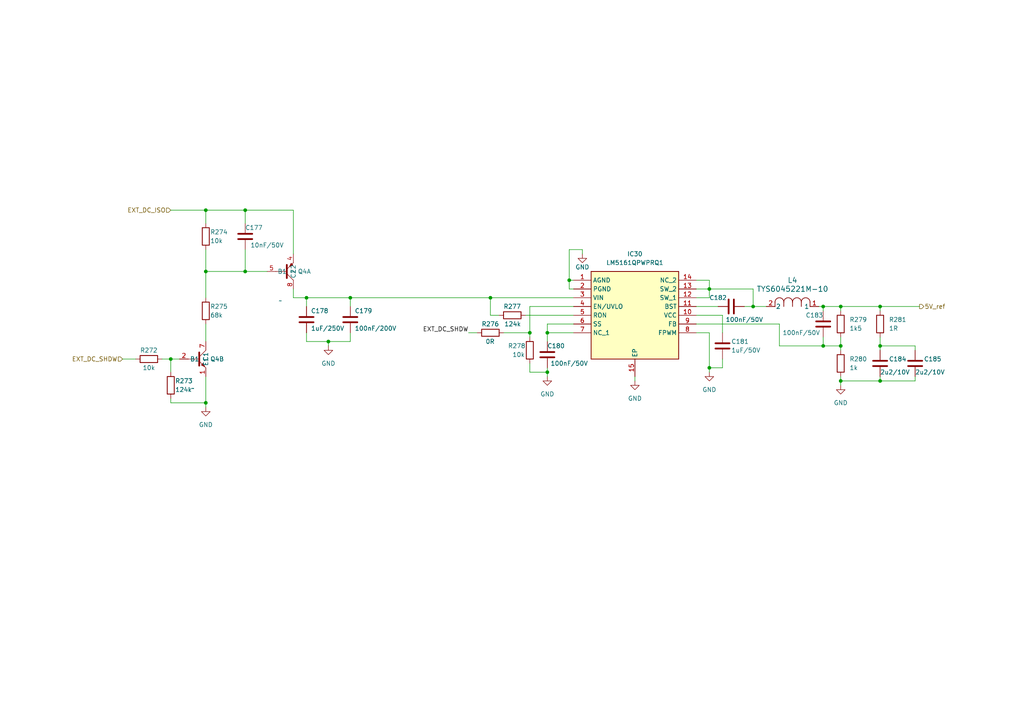
<source format=kicad_sch>
(kicad_sch (version 20230121) (generator eeschema)
  (paper "A4")
  (lib_symbols
    (symbol "Device:C" (pin_numbers hide) (pin_names (offset 0.254))
      (property "Reference" "C" (at 0.635 2.54 0))
      (property "Value" "C" (at 0.635 -2.54 0))
      (symbol "C_0_1"
        (polyline (pts (xy -2.032 -0.762) (xy 2.032 -0.762)) (stroke (width 0.508)))
        (polyline (pts (xy -2.032 0.762) (xy 2.032 0.762)) (stroke (width 0.508)))
      )
      (symbol "C_1_1"
        (pin passive line (at 0 3.81 270) (length 2.794) (name "~") (number "1"))
        (pin passive line (at 0 -3.81 90) (length 2.794) (name "~") (number "2"))
      )
    )
    (symbol "Device:R" (pin_numbers hide) (pin_names (offset 0))
      (property "Reference" "R" (at 2.032 0 90))
      (property "Value" "R" (at 0 0 90))
      (symbol "R_0_1"
        (rectangle (start -1.016 -2.54) (end 1.016 2.54) (stroke (width 0.254)))
      )
      (symbol "R_1_1"
        (pin passive line (at 0 3.81 270) (length 1.27) (name "~") (number "1"))
        (pin passive line (at 0 -3.81 90) (length 1.27) (name "~") (number "2"))
      )
    )
    (symbol "LM5161QPWPRQ1:LM5161QPWPRQ1"
      (property "Reference" "IC" (at 31.75 7.62 0))
      (property "Value" "LM5161QPWPRQ1" (at 31.75 5.08 0))
      (symbol "LM5161QPWPRQ1_1_1"
        (rectangle (start 5.08 2.54) (end 30.48 -22.86) (stroke (width 0.254)) (fill (type background)))
        (pin passive line (at 0 0 0) (length 5.08) (name "AGND") (number "1"))
        (pin passive line (at 35.56 -10.16 180) (length 5.08) (name "VCC") (number "10"))
        (pin passive line (at 35.56 -7.62 180) (length 5.08) (name "BST") (number "11"))
        (pin passive line (at 35.56 -5.08 180) (length 5.08) (name "SW_1") (number "12"))
        (pin passive line (at 35.56 -2.54 180) (length 5.08) (name "SW_2") (number "13"))
        (pin passive line (at 35.56 0 180) (length 5.08) (name "NC_2") (number "14"))
        (pin passive line (at 17.78 -27.94 90) (length 5.08) (name "EP") (number "15"))
        (pin passive line (at 0 -2.54 0) (length 5.08) (name "PGND") (number "2"))
        (pin passive line (at 0 -5.08 0) (length 5.08) (name "VIN") (number "3"))
        (pin passive line (at 0 -7.62 0) (length 5.08) (name "EN/UVLO") (number "4"))
        (pin passive line (at 0 -10.16 0) (length 5.08) (name "RON") (number "5"))
        (pin passive line (at 0 -12.7 0) (length 5.08) (name "SS") (number "6"))
        (pin passive line (at 0 -15.24 0) (length 5.08) (name "NC_1") (number "7"))
        (pin passive line (at 35.56 -15.24 180) (length 5.08) (name "FPWM") (number "8"))
        (pin passive line (at 35.56 -12.7 180) (length 5.08) (name "FB") (number "9"))
      )
    )
    (symbol "PBSS4112PANP,115:PBSS4112PANP,115"
      (property "Reference" "Q" (at -7.9375 4.9149 0))
      (symbol "PBSS4112PANP,115_0_1"
        (polyline (pts (xy -5.08 0) (xy -1.905 0)) (stroke (width 0.1524)))
        (polyline (pts (xy -1.905 0.635) (xy 0 2.54)))
        (polyline (pts (xy -1.905 -0.635) (xy 0 -2.54) (xy 0 -2.54)))
        (polyline (pts (xy -1.905 1.905) (xy -1.905 -1.905) (xy -1.905 -1.905)) (stroke (width 0.508)))
      )
      (symbol "PBSS4112PANP,115_1_1"
        (polyline (pts (xy -0.1397 1.8923) (xy -0.6477 2.4003) (xy -1.1557 1.3843) (xy -0.1397 1.8923) (xy -0.1397 1.8923)) (fill (type outline)))
        (pin open_collector line (at 0 -5.08 90) (length 2.54) hide (name "C2") (number "3"))
        (pin open_emitter line (at 0 5.08 270) (length 2.54) (name "E2") (number "4"))
        (pin input line (at -7.62 0 0) (length 2.54) (name "B1") (number "5"))
        (pin open_collector line (at 0 -5.08 90) (length 2.54) (name "C2") (number "8"))
      )
      (symbol "PBSS4112PANP,115_2_1"
        (polyline (pts (xy -1.3081 -1.7399) (xy -0.8001 -1.2319) (xy -0.2921 -2.2479) (xy -1.3081 -1.7399) (xy -1.3081 -1.7399)) (fill (type outline)))
        (pin open_emitter line (at 0 -5.08 90) (length 2.54) (name "E1") (number "1"))
        (pin input line (at -7.62 0 0) (length 2.54) (name "B1") (number "2"))
        (pin open_collector line (at 0 5.08 270) (length 2.54) hide (name "C1") (number "6"))
        (pin open_collector line (at 0 5.08 270) (length 2.54) (name "C1") (number "7"))
      )
    )
    (symbol "TYS6045221M-10:TYS6045221M-10" (pin_names (offset 0.254))
      (property "Reference" "L" (at 6.985 5.08 0))
      (property "Value" "TYS6045221M-10" (at 6.985 -2.54 0))
      (symbol "TYS6045221M-10_1_1"
        (polyline (pts (xy 2.54 0) (xy 2.54 1.27)) (stroke (width 0.2032)))
        (polyline (pts (xy 5.08 0) (xy 5.08 1.27)) (stroke (width 0.2032)))
        (polyline (pts (xy 7.62 0) (xy 7.62 1.27)) (stroke (width 0.2032)))
        (polyline (pts (xy 10.16 0) (xy 10.16 1.27)) (stroke (width 0.2032)))
        (polyline (pts (xy 12.7 0) (xy 12.7 1.27)) (stroke (width 0.2032)))
        (arc (start 5.08 1.27) (mid 3.81 2.5345) (end 2.54 1.27) (stroke (width 0.2032)))
        (arc (start 7.62 1.27) (mid 6.35 2.5345) (end 5.08 1.27) (stroke (width 0.2032)))
        (arc (start 10.16 1.27) (mid 8.89 2.5345) (end 7.62 1.27) (stroke (width 0.2032)))
        (arc (start 12.7 1.27) (mid 11.43 2.5345) (end 10.16 1.27) (stroke (width 0.2032)))
        (pin unspecified line (at 15.24 0 180) (length 2.54) (name "1") (number "1"))
        (pin unspecified line (at 0 0 0) (length 2.54) (name "2") (number "2"))
      )
      (symbol "TYS6045221M-10_1_2"
        (arc (start -1.27 5.08) (mid -2.5345 3.81) (end -1.27 2.54) (stroke (width 0.2032)))
        (arc (start -1.27 7.62) (mid -2.5345 6.35) (end -1.27 5.08) (stroke (width 0.2032)))
        (arc (start -1.27 10.16) (mid -2.5345 8.89) (end -1.27 7.62) (stroke (width 0.2032)))
        (arc (start -1.27 12.7) (mid -2.5345 11.43) (end -1.27 10.16) (stroke (width 0.2032)))
        (polyline (pts (xy 0 2.54) (xy -1.27 2.54)) (stroke (width 0.2032)))
        (polyline (pts (xy 0 5.08) (xy -1.27 5.08)) (stroke (width 0.2032)))
        (polyline (pts (xy 0 7.62) (xy -1.27 7.62)) (stroke (width 0.2032)))
        (polyline (pts (xy 0 10.16) (xy -1.27 10.16)) (stroke (width 0.2032)))
        (polyline (pts (xy 0 12.7) (xy -1.27 12.7)) (stroke (width 0.2032)))
        (pin unspecified line (at 0 15.24 270) (length 2.54) (name "1") (number "1"))
        (pin unspecified line (at 0 0 90) (length 2.54) (name "2") (number "2"))
      )
    )
    (symbol "power:GND" (power) (pin_names (offset 0))
      (property "Value" "GND" (at 0 -3.81 0))
      (symbol "GND_0_1"
        (polyline (pts (xy 0 0) (xy 0 -1.27) (xy 1.27 -1.27) (xy 0 -2.54) (xy -1.27 -1.27) (xy 0 -1.27)))
      )
      (symbol "GND_1_1"
        (pin power_in line (at 0 0 270) (length 0) hide (name "GND") (number "1"))
      )
    )
  )
  (junction (at 238.76 88.9))
  (junction (at 59.69 116.84))
  (junction (at 243.84 110.49))
  (junction (at 49.53 104.14))
  (junction (at 255.27 100.33))
  (junction (at 59.69 78.74))
  (junction (at 205.74 83.82))
  (junction (at 95.25 99.06))
  (junction (at 71.12 78.74))
  (junction (at 59.69 60.96))
  (junction (at 218.44 88.9))
  (junction (at 255.27 88.9))
  (junction (at 101.6 86.36))
  (junction (at 255.27 110.49))
  (junction (at 243.84 88.9))
  (junction (at 142.24 86.36))
  (junction (at 238.76 100.33))
  (junction (at 158.75 96.52))
  (junction (at 153.67 96.52))
  (junction (at 205.74 106.68))
  (junction (at 71.12 60.96))
  (junction (at 243.84 100.33))
  (junction (at 88.9 86.36))
  (junction (at 165.1 81.28))
  (junction (at 158.75 107.95))
  (wire (pts (xy 243.84 88.9) (xy 243.84 90.17)))
  (wire (pts (xy 184.15 109.22) (xy 184.15 110.49)))
  (wire (pts (xy 59.69 116.84) (xy 59.69 118.11)))
  (wire (pts (xy 59.69 78.74) (xy 59.69 86.36)))
  (wire (pts (xy 158.75 93.98) (xy 166.37 93.98)))
  (wire (pts (xy 71.12 72.39) (xy 71.12 78.74)))
  (wire (pts (xy 243.84 100.33) (xy 243.84 101.6)))
  (wire (pts (xy 255.27 110.49) (xy 265.43 110.49)))
  (wire (pts (xy 238.76 88.9) (xy 243.84 88.9)))
  (wire (pts (xy 255.27 109.22) (xy 255.27 110.49)))
  (wire (pts (xy 218.44 83.82) (xy 218.44 88.9)))
  (wire (pts (xy 71.12 60.96) (xy 71.12 64.77)))
  (wire (pts (xy 85.09 60.96) (xy 85.09 73.66)))
  (wire (pts (xy 201.93 96.52) (xy 205.74 96.52)))
  (wire (pts (xy 59.69 109.22) (xy 59.69 116.84)))
  (wire (pts (xy 49.53 104.14) (xy 52.07 104.14)))
  (wire (pts (xy 49.53 104.14) (xy 49.53 107.95)))
  (wire (pts (xy 255.27 100.33) (xy 255.27 101.6)))
  (wire (pts (xy 201.93 91.44) (xy 209.55 91.44)))
  (wire (pts (xy 101.6 86.36) (xy 101.6 88.9)))
  (wire (pts (xy 153.67 107.95) (xy 158.75 107.95)))
  (wire (pts (xy 201.93 86.36) (xy 205.74 86.36)))
  (wire (pts (xy 201.93 93.98) (xy 226.06 93.98)))
  (wire (pts (xy 88.9 86.36) (xy 88.9 88.9)))
  (wire (pts (xy 142.24 86.36) (xy 142.24 91.44)))
  (wire (pts (xy 165.1 81.28) (xy 165.1 83.82)))
  (wire (pts (xy 59.69 93.98) (xy 59.69 99.06)))
  (wire (pts (xy 237.49 88.9) (xy 238.76 88.9)))
  (wire (pts (xy 71.12 60.96) (xy 85.09 60.96)))
  (wire (pts (xy 101.6 86.36) (xy 142.24 86.36)))
  (wire (pts (xy 158.75 96.52) (xy 158.75 99.06)))
  (wire (pts (xy 209.55 91.44) (xy 209.55 96.52)))
  (wire (pts (xy 165.1 72.39) (xy 165.1 81.28)))
  (wire (pts (xy 205.74 106.68) (xy 205.74 107.95)))
  (wire (pts (xy 238.76 88.9) (xy 238.76 90.17)))
  (wire (pts (xy 243.84 110.49) (xy 255.27 110.49)))
  (wire (pts (xy 146.05 96.52) (xy 153.67 96.52)))
  (wire (pts (xy 153.67 96.52) (xy 153.67 97.79)))
  (wire (pts (xy 158.75 106.68) (xy 158.75 107.95)))
  (wire (pts (xy 255.27 100.33) (xy 265.43 100.33)))
  (wire (pts (xy 255.27 97.79) (xy 255.27 100.33)))
  (wire (pts (xy 153.67 88.9) (xy 153.67 96.52)))
  (wire (pts (xy 101.6 96.52) (xy 101.6 99.06)))
  (wire (pts (xy 238.76 97.79) (xy 238.76 100.33)))
  (wire (pts (xy 49.53 115.57) (xy 49.53 116.84)))
  (wire (pts (xy 201.93 83.82) (xy 205.74 83.82)))
  (wire (pts (xy 158.75 107.95) (xy 158.75 109.22)))
  (wire (pts (xy 95.25 99.06) (xy 101.6 99.06)))
  (wire (pts (xy 153.67 105.41) (xy 153.67 107.95)))
  (wire (pts (xy 59.69 60.96) (xy 59.69 64.77)))
  (wire (pts (xy 218.44 88.9) (xy 222.25 88.9)))
  (wire (pts (xy 46.99 104.14) (xy 49.53 104.14)))
  (wire (pts (xy 226.06 100.33) (xy 238.76 100.33)))
  (wire (pts (xy 85.09 83.82) (xy 85.09 86.36)))
  (wire (pts (xy 255.27 88.9) (xy 266.7 88.9)))
  (wire (pts (xy 71.12 78.74) (xy 77.47 78.74)))
  (wire (pts (xy 209.55 104.14) (xy 209.55 106.68)))
  (wire (pts (xy 158.75 96.52) (xy 166.37 96.52)))
  (wire (pts (xy 165.1 83.82) (xy 166.37 83.82)))
  (wire (pts (xy 158.75 93.98) (xy 158.75 96.52)))
  (wire (pts (xy 95.25 99.06) (xy 95.25 100.33)))
  (wire (pts (xy 226.06 93.98) (xy 226.06 100.33)))
  (wire (pts (xy 85.09 86.36) (xy 88.9 86.36)))
  (wire (pts (xy 243.84 110.49) (xy 243.84 111.76)))
  (wire (pts (xy 142.24 91.44) (xy 144.78 91.44)))
  (wire (pts (xy 243.84 88.9) (xy 255.27 88.9)))
  (wire (pts (xy 168.91 72.39) (xy 168.91 73.66)))
  (wire (pts (xy 88.9 99.06) (xy 95.25 99.06)))
  (wire (pts (xy 238.76 100.33) (xy 243.84 100.33)))
  (wire (pts (xy 165.1 81.28) (xy 166.37 81.28)))
  (wire (pts (xy 205.74 81.28) (xy 205.74 83.82)))
  (wire (pts (xy 88.9 86.36) (xy 101.6 86.36)))
  (wire (pts (xy 142.24 86.36) (xy 166.37 86.36)))
  (wire (pts (xy 49.53 116.84) (xy 59.69 116.84)))
  (wire (pts (xy 59.69 72.39) (xy 59.69 78.74)))
  (wire (pts (xy 59.69 60.96) (xy 71.12 60.96)))
  (wire (pts (xy 59.69 78.74) (xy 71.12 78.74)))
  (wire (pts (xy 168.91 72.39) (xy 165.1 72.39)))
  (wire (pts (xy 205.74 96.52) (xy 205.74 106.68)))
  (wire (pts (xy 205.74 106.68) (xy 209.55 106.68)))
  (wire (pts (xy 135.89 96.52) (xy 138.43 96.52)))
  (wire (pts (xy 215.9 88.9) (xy 218.44 88.9)))
  (wire (pts (xy 205.74 83.82) (xy 205.74 86.36)))
  (wire (pts (xy 88.9 96.52) (xy 88.9 99.06)))
  (wire (pts (xy 243.84 97.79) (xy 243.84 100.33)))
  (wire (pts (xy 49.53 60.96) (xy 59.69 60.96)))
  (wire (pts (xy 255.27 88.9) (xy 255.27 90.17)))
  (wire (pts (xy 243.84 109.22) (xy 243.84 110.49)))
  (wire (pts (xy 201.93 88.9) (xy 208.28 88.9)))
  (wire (pts (xy 153.67 88.9) (xy 166.37 88.9)))
  (wire (pts (xy 205.74 83.82) (xy 218.44 83.82)))
  (wire (pts (xy 35.56 104.14) (xy 39.37 104.14)))
  (wire (pts (xy 265.43 100.33) (xy 265.43 101.6)))
  (wire (pts (xy 201.93 81.28) (xy 205.74 81.28)))
  (wire (pts (xy 265.43 109.22) (xy 265.43 110.49)))
  (wire (pts (xy 152.4 91.44) (xy 166.37 91.44)))
  (label "EXT_DC_SHDW" (at 135.89 96.52 180))
  (hierarchical_label "­­EXT_DC_SHDW" (shape input) (at 35.56 104.14 180))
  (hierarchical_label "5V_ref" (shape output) (at 266.7 88.9 0))
  (hierarchical_label "EXT_DC_ISO" (shape input) (at 49.53 60.96 180))
  (symbol (lib_id "Device:R") (at 148.59 91.44 90) (unit 1)
    (property "Reference" "R111" (at 151.13 88.9 90) (effects (justify left)))
    (property "Value" "124k" (at 151.13 93.98 90) (effects (justify left)))
    (property "Footprint" "Resistor_SMD:R_0603_1608Metric" (effects hide))
    (instances (project "BMS-Slave" (path "" (reference "R277") (unit 1)) (path "" (reference "R214") (unit 1))))
  )
  (symbol (lib_id "power:GND") (at 205.74 107.95 0) (unit 1)
    (property "Reference" "#PWR028" (effects hide))
    (property "Value" "GND" (at 205.74 113.03 0))
    (instances (project "BMS-Slave" (path "" (reference "#PWR0121") (unit 1)) (path "" (reference "#PWR099") (unit 1))))
  )
  (symbol (lib_id "Device:C") (at 88.9 92.71 0) (unit 1)
    (property "Reference" "C52" (at 90.17 90.17 0) (effects (justify left)))
    (property "Value" "1uF/250V" (at 90.17 95.25 0) (effects (justify left)))
    (property "Footprint" "Capacitor_SMD:C_1812_4532Metric" (effects hide))
    (instances (project "BMS-Slave" (path "" (reference "C178") (unit 1)) (path "" (reference "C109") (unit 1))))
  )
  (symbol (lib_id "Device:R") (at 59.69 68.58 0) (unit 1)
    (property "Reference" "R115" (at 60.96 67.31 0) (effects (justify left)))
    (property "Value" "10k" (at 60.96 69.85 0) (effects (justify left)))
    (property "Footprint" "Resistor_SMD:R_0603_1608Metric" (effects hide))
    (instances (project "BMS-Slave" (path "" (reference "R274") (unit 1)) (path "" (reference "R211") (unit 1))))
  )
  (symbol (lib_id "Device:R") (at 243.84 93.98 0) (unit 1)
    (property "Reference" "R105" (at 246.38 92.71 0) (effects (justify left)))
    (property "Value" "1k5" (at 246.38 95.25 0) (effects (justify left)))
    (property "Footprint" "Resistor_SMD:R_0603_1608Metric" (effects hide))
    (instances (project "BMS-Slave" (path "" (reference "R279") (unit 1)) (path "" (reference "R216") (unit 1))))
  )
  (symbol (lib_id "Device:R") (at 142.24 96.52 90) (unit 1)
    (property "Reference" "R112" (at 144.78 93.98 90) (effects (justify left)))
    (property "Value" "0R" (at 143.51 99.06 90) (effects (justify left)))
    (property "Footprint" "Resistor_SMD:R_0603_1608Metric" (effects hide))
    (instances (project "BMS-Slave" (path "" (reference "R276") (unit 1)) (path "" (reference "R213") (unit 1))))
  )
  (symbol (lib_id "power:GND") (at 59.69 118.11 0) (unit 1)
    (property "Reference" "#PWR051" (effects hide))
    (property "Value" "GND" (at 59.69 123.19 0))
    (instances (project "BMS-Slave" (path "" (reference "#PWR0116") (unit 1)) (path "" (reference "#PWR094") (unit 1))))
  )
  (symbol (lib_id "power:GND") (at 168.91 73.66 0) (unit 1)
    (property "Reference" "#PWR026" (effects hide))
    (property "Value" "GND" (at 168.91 77.47 0))
    (instances (project "BMS-Slave" (path "" (reference "#PWR0119") (unit 1)) (path "" (reference "#PWR097") (unit 1))))
  )
  (symbol (lib_id "Device:C") (at 71.12 68.58 180) (unit 1)
    (property "Reference" "C53" (at 73.66 66.04 0))
    (property "Value" "10nF/50V" (at 77.47 71.12 0))
    (property "Footprint" "Capacitor_SMD:C_0603_1608Metric" (effects hide))
    (instances (project "BMS-Slave" (path "" (reference "C177") (unit 1)) (path "" (reference "C108") (unit 1))))
  )
  (symbol (lib_id "Device:R") (at 243.84 105.41 0) (unit 1)
    (property "Reference" "R106" (at 246.38 104.14 0) (effects (justify left)))
    (property "Value" "1k" (at 246.38 106.68 0) (effects (justify left)))
    (property "Footprint" "Resistor_SMD:R_0603_1608Metric" (effects hide))
    (instances (project "BMS-Slave" (path "" (reference "R280") (unit 1)) (path "" (reference "R217") (unit 1))))
  )
  (symbol (lib_id "Device:C") (at 101.6 92.71 0) (unit 1)
    (property "Reference" "C51" (at 102.87 90.17 0) (effects (justify left)))
    (property "Value" "100nF/200V" (at 102.87 95.25 0) (effects (justify left)))
    (property "Footprint" "Capacitor_SMD:C_1206_3216Metric_Pad1.33x1.80mm_HandSolder" (effects hide))
    (instances (project "BMS-Slave" (path "" (reference "C179") (unit 1)) (path "" (reference "C110") (unit 1))))
  )
  (symbol (lib_id "PBSS4112PANP,115:PBSS4112PANP,115") (at 59.69 104.14 0) (unit 2)
    (property "Reference" "Q1" (at 60.96 104.14 0) (effects (justify left)))
    (property "Value" "~" (at 55.9308 112.6236 0))
    (property "Footprint" "PBSS4112PANP,115:SON65P200X200X65-8N" (effects hide))
    (instances (project "BMS-Slave" (path "" (reference "Q4") (unit 2)) (path "" (reference "Q3") (unit 2))))
  )
  (symbol (lib_id "Device:C") (at 265.43 105.41 0) (unit 1)
    (property "Reference" "C49" (at 267.97 104.14 0) (effects (justify left)))
    (property "Value" "2u2/10V" (at 265.43 107.95 0) (effects (justify left)))
    (property "Footprint" "Capacitor_SMD:C_0805_2012Metric" (effects hide))
    (instances (project "BMS-Slave" (path "" (reference "C185") (unit 1)) (path "" (reference "C116") (unit 1))))
  )
  (symbol (lib_id "Device:R") (at 153.67 101.6 0) (unit 1)
    (property "Reference" "R110" (at 147.32 100.33 0) (effects (justify left)))
    (property "Value" "10k" (at 148.59 102.87 0) (effects (justify left)))
    (property "Footprint" "Resistor_SMD:R_0603_1608Metric" (effects hide))
    (instances (project "BMS-Slave" (path "" (reference "R278") (unit 1)) (path "" (reference "R215") (unit 1))))
  )
  (symbol (lib_id "power:GND") (at 243.84 111.76 0) (unit 1)
    (property "Reference" "#PWR029" (effects hide))
    (property "Value" "GND" (at 243.84 116.84 0))
    (instances (project "BMS-Slave" (path "" (reference "#PWR0122") (unit 1)) (path "" (reference "#PWR0100") (unit 1))))
  )
  (symbol (lib_id "TYS6045221M-10:TYS6045221M-10") (at 222.25 88.9 0) (unit 1)
    (property "Reference" "L1" (at 229.87 81.28 0) (effects (font (size 1.524 1.524))))
    (property "Value" "TYS6045221M-10" (at 229.87 83.82 0) (effects (font (size 1.524 1.524))))
    (property "Footprint" "IND_TYS6045_LRD" (effects hide))
    (property "Datasheet" "TYS6045221M-10" (effects hide))
    (instances (project "BMS-Slave" (path "" (reference "L4") (unit 1)) (path "" (reference "L3") (unit 1))))
  )
  (symbol (lib_id "power:GND") (at 95.25 100.33 0) (unit 1)
    (property "Reference" "#PWR031" (effects hide))
    (property "Value" "GND" (at 95.25 105.41 0))
    (instances (project "BMS-Slave" (path "" (reference "#PWR0117") (unit 1)) (path "" (reference "#PWR095") (unit 1))))
  )
  (symbol (lib_id "PBSS4112PANP,115:PBSS4112PANP,115") (at 85.09 78.74 0) (unit 1)
    (property "Reference" "Q1" (at 86.36 78.74 0) (effects (justify left)))
    (property "Value" "~" (at 81.3308 87.2236 0))
    (property "Footprint" "PBSS4112PANP,115:SON65P200X200X65-8N" (effects hide))
    (instances (project "BMS-Slave" (path "" (reference "Q4") (unit 1)) (path "" (reference "Q3") (unit 1))))
  )
  (symbol (lib_id "power:GND") (at 158.75 109.22 0) (unit 1)
    (property "Reference" "#PWR030" (effects hide))
    (property "Value" "GND" (at 158.75 114.3 0))
    (instances (project "BMS-Slave" (path "" (reference "#PWR0118") (unit 1)) (path "" (reference "#PWR096") (unit 1))))
  )
  (symbol (lib_id "Device:C") (at 255.27 105.41 0) (unit 1)
    (property "Reference" "C48" (at 257.81 104.14 0) (effects (justify left)))
    (property "Value" "2u2/10V" (at 255.27 107.95 0) (effects (justify left)))
    (property "Footprint" "Capacitor_SMD:C_0805_2012Metric" (effects hide))
    (instances (project "BMS-Slave" (path "" (reference "C184") (unit 1)) (path "" (reference "C115") (unit 1))))
  )
  (symbol (lib_id "Device:C") (at 212.09 88.9 90) (unit 1)
    (property "Reference" "C46" (at 208.28 86.36 90))
    (property "Value" "100nF/50V" (at 215.9 92.71 90))
    (property "Footprint" "Capacitor_SMD:C_0603_1608Metric" (effects hide))
    (instances (project "BMS-Slave" (path "" (reference "C182") (unit 1)) (path "" (reference "C113") (unit 1))))
  )
  (symbol (lib_id "Device:C") (at 209.55 100.33 0) (unit 1)
    (property "Reference" "C45" (at 212.09 99.06 0) (effects (justify left)))
    (property "Value" "1uF/50V" (at 212.09 101.6 0) (effects (justify left)))
    (property "Footprint" "Capacitor_SMD:C_0805_2012Metric" (effects hide))
    (instances (project "BMS-Slave" (path "" (reference "C181") (unit 1)) (path "" (reference "C112") (unit 1))))
  )
  (symbol (lib_id "Device:C") (at 158.75 102.87 180) (unit 1)
    (property "Reference" "C50" (at 161.29 100.33 0))
    (property "Value" "100nF/50V" (at 165.1 105.41 0))
    (property "Footprint" "Capacitor_SMD:C_0603_1608Metric" (effects hide))
    (instances (project "BMS-Slave" (path "" (reference "C180") (unit 1)) (path "" (reference "C111") (unit 1))))
  )
  (symbol (lib_id "LM5161QPWPRQ1:LM5161QPWPRQ1") (at 166.37 81.28 0) (unit 1)
    (property "Reference" "IC19" (at 184.15 73.66 0))
    (property "Value" "LM5161QPWPRQ1" (at 184.15 76.2 0))
    (property "Footprint" "SOP65P640X110-15N" (effects hide))
    (property "Datasheet" "http://www.ti.com/lit/ds/symlink/lm5161-q1.pdf" (effects hide))
    (property "Height" "1.1" (effects hide))
    (property "Manufacturer_Name" "Texas Instruments" (effects hide))
    (property "Manufacturer_Part_Number" "LM5161QPWPRQ1" (effects hide))
    (property "Mouser Part Number" "595-LM5161QPWPRQ1" (effects hide))
    (property "Mouser Price/Stock" "https://www.mouser.co.uk/ProductDetail/Texas-Instruments/LM5161QPWPRQ1?qs=aVyJF2WnouSux9mk02TOtw%3D%3D" (effects hide))
    (property "Arrow Part Number" "LM5161QPWPRQ1" (effects hide))
    (property "Arrow Price/Stock" "https://www.arrow.com/en/products/lm5161qpwprq1/texas-instruments?region=nac" (effects hide))
    (instances (project "BMS-Slave" (path "" (reference "IC30") (unit 1)) (path "" (reference "IC29") (unit 1))))
  )
  (symbol (lib_id "Device:C") (at 238.76 93.98 180) (unit 1)
    (property "Reference" "C47" (at 236.22 91.44 0))
    (property "Value" "100nF/50V" (at 232.41 96.52 0))
    (property "Footprint" "Capacitor_SMD:C_0603_1608Metric" (effects hide))
    (instances (project "BMS-Slave" (path "" (reference "C183") (unit 1)) (path "" (reference "C114") (unit 1))))
  )
  (symbol (lib_id "Device:R") (at 255.27 93.98 0) (unit 1)
    (property "Reference" "R107" (at 257.81 92.71 0) (effects (justify left)))
    (property "Value" "1R" (at 257.81 95.25 0) (effects (justify left)))
    (property "Footprint" "Resistor_SMD:R_0805_2012Metric" (effects hide))
    (instances (project "BMS-Slave" (path "" (reference "R281") (unit 1)) (path "" (reference "R218") (unit 1))))
  )
  (symbol (lib_id "Device:R") (at 59.69 90.17 0) (unit 1)
    (property "Reference" "R116" (at 60.96 88.9 0) (effects (justify left)))
    (property "Value" "68k" (at 60.96 91.44 0) (effects (justify left)))
    (property "Footprint" "Resistor_SMD:R_0603_1608Metric" (effects hide))
    (instances (project "BMS-Slave" (path "" (reference "R275") (unit 1)) (path "" (reference "R212") (unit 1))))
  )
  (symbol (lib_id "power:GND") (at 184.15 110.49 0) (unit 1)
    (property "Reference" "#PWR027" (effects hide))
    (property "Value" "GND" (at 184.15 115.57 0))
    (instances (project "BMS-Slave" (path "" (reference "#PWR0120") (unit 1)) (path "" (reference "#PWR098") (unit 1))))
  )
  (symbol (lib_id "Device:R") (at 43.18 104.14 90) (unit 1)
    (property "Reference" "R118" (at 43.18 101.6 90))
    (property "Value" "10k" (at 43.18 106.68 90))
    (property "Footprint" "Resistor_SMD:R_0603_1608Metric" (effects hide))
    (instances (project "BMS-Slave" (path "" (reference "R272") (unit 1)) (path "" (reference "R209") (unit 1))))
  )
  (symbol (lib_id "Device:R") (at 49.53 111.76 0) (unit 1)
    (property "Reference" "R117" (at 50.8 110.49 0) (effects (justify left)))
    (property "Value" "124k" (at 50.8 113.03 0) (effects (justify left)))
    (property "Footprint" "Resistor_SMD:R_0603_1608Metric" (effects hide))
    (instances (project "BMS-Slave" (path "" (reference "R273") (unit 1)) (path "" (reference "R210") (unit 1))))
  )
)
</source>
